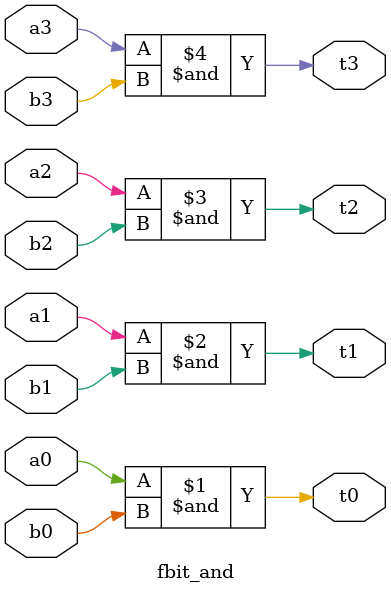
<source format=v>
`timescale 1ns / 1ps
module fbit_and(a0,a1,a2,a3,b0,b1,b2,b3,t0,t1,t2,t3);
input a0,a1,a2,a3,b0,b1,b2,b3;
output t0,t1,t2,t3;

and ad1(t0,a0,b0);
and ad2(t1,a1,b1);
and ad3(t2,a2,b2);
and ad4(t3,a3,b3);

endmodule

</source>
